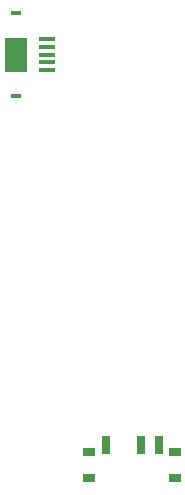
<source format=gbr>
%TF.GenerationSoftware,KiCad,Pcbnew,7.0.5-0*%
%TF.CreationDate,2023-06-15T01:07:24+01:00*%
%TF.ProjectId,EEPROM Programmer,45455052-4f4d-4205-9072-6f6772616d6d,rev?*%
%TF.SameCoordinates,Original*%
%TF.FileFunction,Paste,Top*%
%TF.FilePolarity,Positive*%
%FSLAX46Y46*%
G04 Gerber Fmt 4.6, Leading zero omitted, Abs format (unit mm)*
G04 Created by KiCad (PCBNEW 7.0.5-0) date 2023-06-15 01:07:24*
%MOMM*%
%LPD*%
G01*
G04 APERTURE LIST*
%ADD10R,1.000000X0.800000*%
%ADD11R,0.700000X1.500000*%
%ADD12R,0.850000X0.300000*%
%ADD13R,1.350000X0.400000*%
%ADD14R,1.900000X2.900000*%
G04 APERTURE END LIST*
D10*
%TO.C,SW1*%
X28760000Y-59070000D03*
X21460000Y-61280000D03*
X28760000Y-61280000D03*
X21460000Y-59070000D03*
D11*
X22860000Y-58420000D03*
X25860000Y-58420000D03*
X27360000Y-58420000D03*
%TD*%
D12*
%TO.C,J2*%
X15240000Y-28900000D03*
X15240000Y-21900000D03*
D13*
X17915000Y-26700000D03*
X17915000Y-26050000D03*
X17915000Y-25400000D03*
X17915000Y-24750000D03*
X17915000Y-24100000D03*
D14*
X15240000Y-25400000D03*
%TD*%
M02*

</source>
